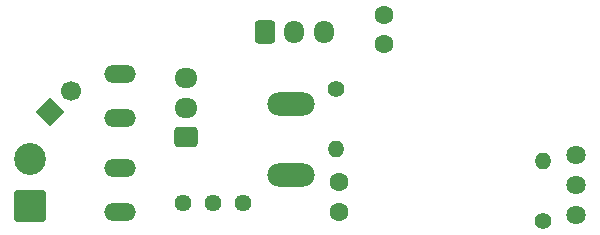
<source format=gbr>
%TF.GenerationSoftware,KiCad,Pcbnew,7.0.9*%
%TF.CreationDate,2024-06-22T14:59:44+09:00*%
%TF.ProjectId,PSU,5053552e-6b69-4636-9164-5f7063625858,rev?*%
%TF.SameCoordinates,Original*%
%TF.FileFunction,Soldermask,Bot*%
%TF.FilePolarity,Negative*%
%FSLAX46Y46*%
G04 Gerber Fmt 4.6, Leading zero omitted, Abs format (unit mm)*
G04 Created by KiCad (PCBNEW 7.0.9) date 2024-06-22 14:59:44*
%MOMM*%
%LPD*%
G01*
G04 APERTURE LIST*
G04 Aperture macros list*
%AMRoundRect*
0 Rectangle with rounded corners*
0 $1 Rounding radius*
0 $2 $3 $4 $5 $6 $7 $8 $9 X,Y pos of 4 corners*
0 Add a 4 corners polygon primitive as box body*
4,1,4,$2,$3,$4,$5,$6,$7,$8,$9,$2,$3,0*
0 Add four circle primitives for the rounded corners*
1,1,$1+$1,$2,$3*
1,1,$1+$1,$4,$5*
1,1,$1+$1,$6,$7*
1,1,$1+$1,$8,$9*
0 Add four rect primitives between the rounded corners*
20,1,$1+$1,$2,$3,$4,$5,0*
20,1,$1+$1,$4,$5,$6,$7,0*
20,1,$1+$1,$6,$7,$8,$9,0*
20,1,$1+$1,$8,$9,$2,$3,0*%
%AMHorizOval*
0 Thick line with rounded ends*
0 $1 width*
0 $2 $3 position (X,Y) of the first rounded end (center of the circle)*
0 $4 $5 position (X,Y) of the second rounded end (center of the circle)*
0 Add line between two ends*
20,1,$1,$2,$3,$4,$5,0*
0 Add two circle primitives to create the rounded ends*
1,1,$1,$2,$3*
1,1,$1,$4,$5*%
%AMRotRect*
0 Rectangle, with rotation*
0 The origin of the aperture is its center*
0 $1 length*
0 $2 width*
0 $3 Rotation angle, in degrees counterclockwise*
0 Add horizontal line*
21,1,$1,$2,0,0,$3*%
G04 Aperture macros list end*
%ADD10C,1.600000*%
%ADD11C,1.400000*%
%ADD12O,1.400000X1.400000*%
%ADD13C,1.635000*%
%ADD14RotRect,1.700000X1.700000X135.000000*%
%ADD15HorizOval,1.700000X0.000000X0.000000X0.000000X0.000000X0*%
%ADD16RoundRect,0.250000X0.725000X-0.600000X0.725000X0.600000X-0.725000X0.600000X-0.725000X-0.600000X0*%
%ADD17O,1.950000X1.700000*%
%ADD18O,2.700000X1.500000*%
%ADD19RoundRect,0.250001X1.099999X-1.099999X1.099999X1.099999X-1.099999X1.099999X-1.099999X-1.099999X0*%
%ADD20C,2.700000*%
%ADD21RoundRect,0.250000X-0.600000X-0.725000X0.600000X-0.725000X0.600000X0.725000X-0.600000X0.725000X0*%
%ADD22O,1.700000X1.950000*%
%ADD23C,1.440000*%
%ADD24O,4.000000X2.000000*%
G04 APERTURE END LIST*
D10*
%TO.C,C2*%
X160274000Y-82550000D03*
X160274000Y-80050000D03*
%TD*%
%TO.C,C1*%
X156464000Y-96754000D03*
X156464000Y-94254000D03*
%TD*%
D11*
%TO.C,R1*%
X173736000Y-97536000D03*
D12*
X173736000Y-92456000D03*
%TD*%
D13*
%TO.C,SW1*%
X176530000Y-91948000D03*
X176530000Y-94488000D03*
X176530000Y-97028000D03*
%TD*%
D14*
%TO.C,MES1*%
X131940439Y-88277562D03*
D15*
X133736490Y-86481511D03*
%TD*%
D16*
%TO.C,J1*%
X143510000Y-90424000D03*
D17*
X143510000Y-87924000D03*
X143510000Y-85424000D03*
%TD*%
D18*
%TO.C,F1*%
X137922000Y-96774000D03*
X137922000Y-93074000D03*
X137922000Y-88774000D03*
X137922000Y-85074000D03*
%TD*%
D11*
%TO.C,R2*%
X156210000Y-86360000D03*
D12*
X156210000Y-91440000D03*
%TD*%
D19*
%TO.C,BT1*%
X130302000Y-96266000D03*
D20*
X130302000Y-92306000D03*
%TD*%
D21*
%TO.C,J2*%
X150154000Y-81517000D03*
D22*
X152654000Y-81517000D03*
X155154000Y-81517000D03*
%TD*%
D23*
%TO.C,RV1*%
X148336000Y-96012000D03*
X145796000Y-96012000D03*
X143256000Y-96012000D03*
%TD*%
D24*
%TO.C,SW2*%
X152400000Y-87630000D03*
X152400000Y-93630000D03*
%TD*%
M02*

</source>
